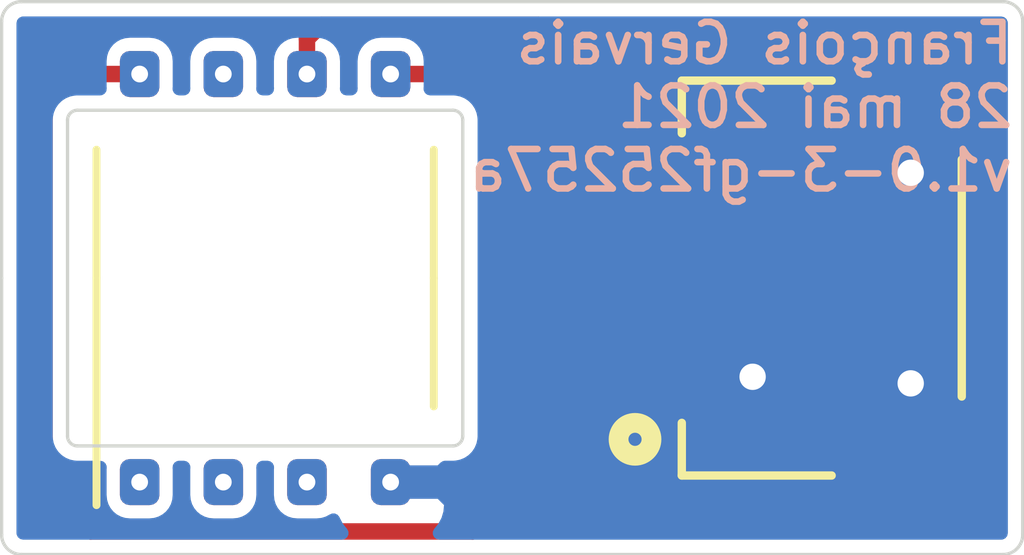
<source format=kicad_pcb>
(kicad_pcb (version 20171130) (host pcbnew 5.1.7-a382d34a8~88~ubuntu18.04.1)

  (general
    (thickness 0.1016)
    (drawings 18)
    (tracks 27)
    (zones 0)
    (modules 2)
    (nets 9)
  )

  (page A4)
  (layers
    (0 F.Cu signal)
    (31 B.Cu signal)
    (32 B.Adhes user hide)
    (33 F.Adhes user hide)
    (34 B.Paste user hide)
    (35 F.Paste user hide)
    (36 B.SilkS user)
    (37 F.SilkS user)
    (38 B.Mask user hide)
    (39 F.Mask user hide)
    (40 Dwgs.User user hide)
    (41 Cmts.User user hide)
    (42 Eco1.User user hide)
    (43 Eco2.User user hide)
    (44 Edge.Cuts user)
    (45 Margin user hide)
    (46 B.CrtYd user hide)
    (47 F.CrtYd user hide)
    (48 B.Fab user hide)
    (49 F.Fab user hide)
  )

  (setup
    (last_trace_width 0.25)
    (trace_clearance 0.2)
    (zone_clearance 0.2)
    (zone_45_only no)
    (trace_min 0.2)
    (via_size 0.8)
    (via_drill 0.4)
    (via_min_size 0.4)
    (via_min_drill 0.3)
    (uvia_size 0.3)
    (uvia_drill 0.1)
    (uvias_allowed no)
    (uvia_min_size 0.2)
    (uvia_min_drill 0.1)
    (edge_width 0.05)
    (segment_width 0.2)
    (pcb_text_width 0.3)
    (pcb_text_size 1.5 1.5)
    (mod_edge_width 0.12)
    (mod_text_size 1 1)
    (mod_text_width 0.15)
    (pad_size 1.524 1.524)
    (pad_drill 0.762)
    (pad_to_mask_clearance 0)
    (aux_axis_origin 0 0)
    (visible_elements FFFFFF7F)
    (pcbplotparams
      (layerselection 0x010fc_ffffffff)
      (usegerberextensions false)
      (usegerberattributes true)
      (usegerberadvancedattributes true)
      (creategerberjobfile true)
      (excludeedgelayer true)
      (linewidth 0.100000)
      (plotframeref false)
      (viasonmask false)
      (mode 1)
      (useauxorigin false)
      (hpglpennumber 1)
      (hpglpenspeed 20)
      (hpglpendiameter 15.000000)
      (psnegative false)
      (psa4output false)
      (plotreference true)
      (plotvalue true)
      (plotinvisibletext false)
      (padsonsilk false)
      (subtractmaskfromsilk false)
      (outputformat 1)
      (mirror false)
      (drillshape 1)
      (scaleselection 1)
      (outputdirectory ""))
  )

  (net 0 "")
  (net 1 GND)
  (net 2 VCC)
  (net 3 /SDA)
  (net 4 /SCL)
  (net 5 "Net-(U1-Pad7)")
  (net 6 "Net-(U1-Pad3)")
  (net 7 "Net-(U1-Pad2)")
  (net 8 "Net-(U1-Pad1)")

  (net_class Default "This is the default net class."
    (clearance 0.2)
    (trace_width 0.25)
    (via_dia 0.8)
    (via_drill 0.4)
    (uvia_dia 0.3)
    (uvia_drill 0.1)
    (add_net /SCL)
    (add_net /SDA)
    (add_net GND)
    (add_net "Net-(U1-Pad1)")
    (add_net "Net-(U1-Pad2)")
    (add_net "Net-(U1-Pad3)")
    (add_net "Net-(U1-Pad7)")
    (add_net VCC)
  )

  (module SOIC8-EEPROM-MOD:SOIC-8_3.9x4.9mm_P1.27mm (layer F.Cu) (tedit 6096C496) (tstamp 609729A4)
    (at 25 23 90)
    (descr "SOIC, 8 Pin (JEDEC MS-012AA, https://www.analog.com/media/en/package-pcb-resources/package/pkg_pdf/soic_narrow-r/r_8.pdf), generated with kicad-footprint-generator ipc_gullwing_generator.py")
    (tags "SOIC SO")
    (path /6096C360)
    (attr smd)
    (fp_text reference U1 (at 0 -3.4 90) (layer F.SilkS) hide
      (effects (font (size 1 1) (thickness 0.15)))
    )
    (fp_text value 24LC00 (at 0 3.4 90) (layer F.Fab)
      (effects (font (size 1 1) (thickness 0.15)))
    )
    (fp_line (start 3.7 -2.7) (end -3.7 -2.7) (layer F.CrtYd) (width 0.05))
    (fp_line (start 3.7 2.7) (end 3.7 -2.7) (layer F.CrtYd) (width 0.05))
    (fp_line (start -3.7 2.7) (end 3.7 2.7) (layer F.CrtYd) (width 0.05))
    (fp_line (start -3.7 -2.7) (end -3.7 2.7) (layer F.CrtYd) (width 0.05))
    (fp_line (start -1.95 -1.475) (end -0.975 -2.45) (layer F.Fab) (width 0.1))
    (fp_line (start -1.95 2.45) (end -1.95 -1.475) (layer F.Fab) (width 0.1))
    (fp_line (start 1.95 2.45) (end -1.95 2.45) (layer F.Fab) (width 0.1))
    (fp_line (start 1.95 -2.45) (end 1.95 2.45) (layer F.Fab) (width 0.1))
    (fp_line (start -0.975 -2.45) (end 1.95 -2.45) (layer F.Fab) (width 0.1))
    (fp_line (start 0 -2.56) (end -3.45 -2.56) (layer F.SilkS) (width 0.12))
    (fp_line (start 0 -2.56) (end 1.95 -2.56) (layer F.SilkS) (width 0.12))
    (fp_line (start 0 2.56) (end -1.95 2.56) (layer F.SilkS) (width 0.12))
    (fp_line (start 0 2.56) (end 1.95 2.56) (layer F.SilkS) (width 0.12))
    (fp_text user %R (at 0 0 90) (layer F.Fab)
      (effects (font (size 0.98 0.98) (thickness 0.15)))
    )
    (pad 1 thru_hole roundrect (at -3.1 -1.905 90) (size 0.7 0.6) (drill 0.254) (layers *.Cu *.Mask) (roundrect_rratio 0.25)
      (net 8 "Net-(U1-Pad1)"))
    (pad 2 thru_hole roundrect (at -3.1 -0.635 90) (size 0.7 0.6) (drill 0.254) (layers *.Cu *.Mask) (roundrect_rratio 0.25)
      (net 7 "Net-(U1-Pad2)"))
    (pad 3 thru_hole roundrect (at -3.1 0.635 90) (size 0.7 0.6) (drill 0.254) (layers *.Cu *.Mask) (roundrect_rratio 0.25)
      (net 6 "Net-(U1-Pad3)"))
    (pad 4 thru_hole roundrect (at -3.1 1.905 90) (size 0.7 0.6) (drill 0.254) (layers *.Cu *.Mask) (roundrect_rratio 0.25)
      (net 1 GND))
    (pad 5 thru_hole roundrect (at 3.1 1.905 90) (size 0.7 0.6) (drill 0.254) (layers *.Cu *.Mask) (roundrect_rratio 0.25)
      (net 3 /SDA))
    (pad 6 thru_hole roundrect (at 3.1 0.635 90) (size 0.7 0.6) (drill 0.254) (layers *.Cu *.Mask) (roundrect_rratio 0.25)
      (net 4 /SCL))
    (pad 7 thru_hole roundrect (at 3.1 -0.635 90) (size 0.7 0.6) (drill 0.254) (layers *.Cu *.Mask) (roundrect_rratio 0.25)
      (net 5 "Net-(U1-Pad7)"))
    (pad 8 thru_hole roundrect (at 3.1 -1.905 90) (size 0.7 0.6) (drill 0.254) (layers *.Cu *.Mask) (roundrect_rratio 0.25)
      (net 2 VCC))
    (model ${KISYS3DMOD}/Package_SO.3dshapes/SOIC-8_3.9x4.9mm_P1.27mm.wrl
      (offset (xyz 0 0 -0.5))
      (scale (xyz 1 1 1))
      (rotate (xyz 0 0 0))
    )
  )

  (module "SM04B-SRSS-TB(LF)(SN):JST_SM04B-SRSS-TB(LF)(SN)" (layer F.Cu) (tedit 6096B8DD) (tstamp 6097298A)
    (at 31 23 90)
    (path /6096D0A7)
    (fp_text reference J1 (at -0.545095 -1.767685 90) (layer F.SilkS) hide
      (effects (font (size 1.001173 1.001173) (thickness 0.015)))
    )
    (fp_text value "SM04B-SRSS-TB(LF)(SN)" (at 12.17039 5.74055 90) (layer F.Fab)
      (effects (font (size 1.000567 1.000567) (thickness 0.015)))
    )
    (fp_line (start -3.65 5.025) (end -3.65 -1.025) (layer F.CrtYd) (width 0.05))
    (fp_line (start 3.65 5.025) (end -3.65 5.025) (layer F.CrtYd) (width 0.05))
    (fp_line (start 3.65 -1.025) (end 3.65 5.025) (layer F.CrtYd) (width 0.05))
    (fp_line (start -3.65 -1.025) (end 3.65 -1.025) (layer F.CrtYd) (width 0.05))
    (fp_circle (center -2.45 -0.385) (end -2.35 -0.385) (layer F.Fab) (width 0.3))
    (fp_line (start -1.8 4.575) (end 1.8 4.575) (layer F.SilkS) (width 0.127))
    (fp_line (start 3 0.325) (end 3 2.6) (layer F.SilkS) (width 0.127))
    (fp_line (start 2.2 0.325) (end 3 0.325) (layer F.SilkS) (width 0.127))
    (fp_line (start -3 0.325) (end -3 2.6) (layer F.SilkS) (width 0.127))
    (fp_line (start -2.2 0.325) (end -3 0.325) (layer F.SilkS) (width 0.127))
    (fp_line (start -3 4.575) (end -3 0.325) (layer F.Fab) (width 0.127))
    (fp_line (start 3 4.575) (end -3 4.575) (layer F.Fab) (width 0.127))
    (fp_line (start 3 0.325) (end 3 4.575) (layer F.Fab) (width 0.127))
    (fp_line (start -3 0.325) (end 3 0.325) (layer F.Fab) (width 0.127))
    (fp_circle (center -2.45 -0.385) (end -2.35 -0.385) (layer F.SilkS) (width 0.3))
    (pad S2 smd rect (at 2.8 3.875 90) (size 1.2 1.8) (layers F.Cu F.Paste F.Mask)
      (net 1 GND))
    (pad S1 smd rect (at -2.8 3.875 90) (size 1.2 1.8) (layers F.Cu F.Paste F.Mask)
      (net 1 GND))
    (pad 1 smd rect (at -1.5 0 90) (size 0.6 1.55) (layers F.Cu F.Paste F.Mask)
      (net 1 GND))
    (pad 2 smd rect (at -0.5 0 90) (size 0.6 1.55) (layers F.Cu F.Paste F.Mask)
      (net 2 VCC))
    (pad 3 smd rect (at 0.5 0 90) (size 0.6 1.55) (layers F.Cu F.Paste F.Mask)
      (net 3 /SDA))
    (pad 4 smd rect (at 1.5 0 90) (size 0.6 1.55) (layers F.Cu F.Paste F.Mask)
      (net 4 /SCL))
    (model "${KIPRJMOD}/kicad-library/SM04B-SRSS-TB(LF)(SN)/SM04B-SRSS-TB_LF__SN_.step"
      (offset (xyz 0 -0.5 -0.3))
      (scale (xyz 1 1 1))
      (rotate (xyz -90 0 0))
    )
  )

  (gr_text "François Gervais\n28 mai 2021\nv1.0-3-gf25257a" (at 36.4 20.4) (layer B.SilkS)
    (effects (font (size 0.6 0.6) (thickness 0.1)) (justify left mirror))
  )
  (gr_arc (start 27.85 20.6) (end 28 20.6) (angle -90) (layer Edge.Cuts) (width 0.05))
  (gr_arc (start 27.85 25.4) (end 27.85 25.55) (angle -90) (layer Edge.Cuts) (width 0.05))
  (gr_arc (start 22.15 25.4) (end 22 25.4) (angle -90) (layer Edge.Cuts) (width 0.05))
  (gr_arc (start 22.15 20.6) (end 22.15 20.45) (angle -90) (layer Edge.Cuts) (width 0.05))
  (gr_arc (start 36.2 19.1) (end 36.5 19.1) (angle -90) (layer Edge.Cuts) (width 0.05))
  (gr_arc (start 36.2 26.9) (end 36.2 27.2) (angle -90) (layer Edge.Cuts) (width 0.05))
  (gr_arc (start 21.3 26.9) (end 21 26.9) (angle -90) (layer Edge.Cuts) (width 0.05))
  (gr_arc (start 21.3 19.1) (end 21.3 18.8) (angle -90) (layer Edge.Cuts) (width 0.05))
  (gr_line (start 27.85 20.45) (end 22.15 20.45) (layer Edge.Cuts) (width 0.05) (tstamp 609730DF))
  (gr_line (start 28 25.4) (end 28 20.6) (layer Edge.Cuts) (width 0.05))
  (gr_line (start 22.15 25.55) (end 27.85 25.55) (layer Edge.Cuts) (width 0.05))
  (gr_line (start 22 20.6) (end 22 25.4) (layer Edge.Cuts) (width 0.05))
  (gr_line (start 21 26.9) (end 21 23) (layer Edge.Cuts) (width 0.05) (tstamp 609730BB))
  (gr_line (start 36.2 27.2) (end 21.3 27.2) (layer Edge.Cuts) (width 0.05))
  (gr_line (start 36.5 19.1) (end 36.5 26.9) (layer Edge.Cuts) (width 0.05))
  (gr_line (start 21.3 18.8) (end 36.2 18.8) (layer Edge.Cuts) (width 0.05))
  (gr_line (start 21 23) (end 21 19.1) (layer Edge.Cuts) (width 0.05))

  (via (at 34.8 21.4) (size 0.8) (drill 0.4) (layers F.Cu B.Cu) (net 1))
  (segment (start 34.875 20.2) (end 34.875 21.325) (width 0.25) (layer F.Cu) (net 1))
  (segment (start 34.875 21.325) (end 34.8 21.4) (width 0.25) (layer F.Cu) (net 1))
  (via (at 34.8 24.6) (size 0.8) (drill 0.4) (layers F.Cu B.Cu) (net 1))
  (segment (start 34.875 25.8) (end 34.875 24.675) (width 0.25) (layer F.Cu) (net 1))
  (segment (start 34.875 24.675) (end 34.8 24.6) (width 0.25) (layer F.Cu) (net 1))
  (via (at 32.4 24.5) (size 0.8) (drill 0.4) (layers F.Cu B.Cu) (net 1))
  (segment (start 31 24.5) (end 32.4 24.5) (width 0.25) (layer F.Cu) (net 1))
  (segment (start 28.15001 26.84999) (end 29 26) (width 0.25) (layer F.Cu) (net 2))
  (segment (start 22.34999 26.84999) (end 28.15001 26.84999) (width 0.25) (layer F.Cu) (net 2))
  (segment (start 29 26) (end 29 24.475) (width 0.25) (layer F.Cu) (net 2))
  (segment (start 29.975 23.5) (end 31 23.5) (width 0.25) (layer F.Cu) (net 2))
  (segment (start 29 24.475) (end 29.975 23.5) (width 0.25) (layer F.Cu) (net 2))
  (segment (start 21.64999 26.14999) (end 22.34999 26.84999) (width 0.25) (layer F.Cu) (net 2))
  (segment (start 21.64999 20.266411) (end 21.64999 26.14999) (width 0.25) (layer F.Cu) (net 2))
  (segment (start 22.016401 19.9) (end 21.64999 20.266411) (width 0.25) (layer F.Cu) (net 2))
  (segment (start 23.095 19.9) (end 22.016401 19.9) (width 0.25) (layer F.Cu) (net 2))
  (segment (start 28.100748 19.9) (end 29 20.799252) (width 0.25) (layer F.Cu) (net 3))
  (segment (start 26.905 19.9) (end 28.100748 19.9) (width 0.25) (layer F.Cu) (net 3))
  (segment (start 29.975 22.5) (end 31 22.5) (width 0.25) (layer F.Cu) (net 3))
  (segment (start 29 21.525) (end 29.975 22.5) (width 0.25) (layer F.Cu) (net 3))
  (segment (start 29 20.799252) (end 29 21.525) (width 0.25) (layer F.Cu) (net 3))
  (segment (start 25.635 19.9) (end 25.635 19.365) (width 0.25) (layer F.Cu) (net 4))
  (segment (start 25.635 19.365) (end 25.84999 19.15001) (width 0.25) (layer F.Cu) (net 4))
  (segment (start 25.84999 19.15001) (end 29.15001 19.15001) (width 0.25) (layer F.Cu) (net 4))
  (segment (start 31 21) (end 31 21.5) (width 0.25) (layer F.Cu) (net 4))
  (segment (start 29.15001 19.15001) (end 31 21) (width 0.25) (layer F.Cu) (net 4))

  (zone (net 1) (net_name GND) (layer B.Cu) (tstamp 60AD3F3F) (hatch edge 0.508)
    (connect_pads (clearance 0.2))
    (min_thickness 0.2)
    (fill yes (arc_segments 32) (thermal_gap 0.508) (thermal_bridge_width 0.508))
    (polygon
      (pts
        (xy 36.5 27.2) (xy 21 27.2) (xy 21 18.8) (xy 36.5 18.8)
      )
    )
    (filled_polygon
      (pts
        (xy 36.175001 26.875) (xy 27.643055 26.875) (xy 27.714531 26.787087) (xy 27.770503 26.681206) (xy 27.804743 26.566439)
        (xy 27.815936 26.447198) (xy 27.813 26.406) (xy 27.661 26.254) (xy 27.059 26.254) (xy 27.059 26.274)
        (xy 26.751 26.274) (xy 26.751 26.254) (xy 26.731 26.254) (xy 26.731 25.946) (xy 26.751 25.946)
        (xy 26.751 25.875) (xy 27.059 25.875) (xy 27.059 25.946) (xy 27.661 25.946) (xy 27.732 25.875)
        (xy 27.865961 25.875) (xy 27.879647 25.873652) (xy 27.880501 25.873658) (xy 27.885018 25.873216) (xy 27.899078 25.871738)
        (xy 27.913711 25.870297) (xy 27.914268 25.870128) (xy 27.942957 25.864239) (xy 27.971927 25.858712) (xy 27.976271 25.8574)
        (xy 28.004236 25.848743) (xy 28.031373 25.837335) (xy 28.058689 25.8263) (xy 28.062696 25.82417) (xy 28.088448 25.810247)
        (xy 28.112887 25.793763) (xy 28.137526 25.77764) (xy 28.141043 25.774772) (xy 28.1636 25.756111) (xy 28.184367 25.735197)
        (xy 28.205401 25.714599) (xy 28.208294 25.711103) (xy 28.226796 25.688417) (xy 28.243089 25.663893) (xy 28.259735 25.639582)
        (xy 28.261894 25.635591) (xy 28.275638 25.609742) (xy 28.286851 25.582537) (xy 28.29847 25.555426) (xy 28.299813 25.551091)
        (xy 28.308273 25.523065) (xy 28.313988 25.494197) (xy 28.320117 25.465366) (xy 28.320288 25.46374) (xy 28.320297 25.463711)
        (xy 28.320382 25.462852) (xy 28.320592 25.460853) (xy 28.323449 25.431717) (xy 28.323449 25.431708) (xy 28.325 25.415961)
        (xy 28.325 20.584039) (xy 28.323652 20.570353) (xy 28.323658 20.569499) (xy 28.323216 20.564982) (xy 28.321737 20.550914)
        (xy 28.320297 20.536289) (xy 28.320129 20.535735) (xy 28.314236 20.507028) (xy 28.308712 20.478073) (xy 28.3074 20.473729)
        (xy 28.298743 20.445764) (xy 28.287347 20.418656) (xy 28.2763 20.391311) (xy 28.27417 20.387304) (xy 28.260247 20.361552)
        (xy 28.243767 20.337119) (xy 28.227639 20.312473) (xy 28.224771 20.308956) (xy 28.206111 20.2864) (xy 28.1852 20.265635)
        (xy 28.164599 20.244598) (xy 28.161103 20.241706) (xy 28.138417 20.223204) (xy 28.11387 20.206895) (xy 28.089582 20.190265)
        (xy 28.085591 20.188106) (xy 28.059743 20.174362) (xy 28.032512 20.163138) (xy 28.005426 20.15153) (xy 28.00109 20.150187)
        (xy 27.973065 20.141726) (xy 27.944161 20.136004) (xy 27.915366 20.129883) (xy 27.91374 20.129712) (xy 27.913711 20.129703)
        (xy 27.912852 20.129618) (xy 27.910853 20.129408) (xy 27.881718 20.126551) (xy 27.881708 20.126551) (xy 27.865961 20.125)
        (xy 27.503989 20.125) (xy 27.506451 20.1) (xy 27.506451 19.7) (xy 27.497776 19.611926) (xy 27.472086 19.527237)
        (xy 27.430368 19.449187) (xy 27.374224 19.380776) (xy 27.305813 19.324632) (xy 27.227763 19.282914) (xy 27.143074 19.257224)
        (xy 27.055 19.248549) (xy 26.755 19.248549) (xy 26.666926 19.257224) (xy 26.582237 19.282914) (xy 26.504187 19.324632)
        (xy 26.435776 19.380776) (xy 26.379632 19.449187) (xy 26.337914 19.527237) (xy 26.312224 19.611926) (xy 26.303549 19.7)
        (xy 26.303549 20.1) (xy 26.306011 20.125) (xy 26.233989 20.125) (xy 26.236451 20.1) (xy 26.236451 19.7)
        (xy 26.227776 19.611926) (xy 26.202086 19.527237) (xy 26.160368 19.449187) (xy 26.104224 19.380776) (xy 26.035813 19.324632)
        (xy 25.957763 19.282914) (xy 25.873074 19.257224) (xy 25.785 19.248549) (xy 25.485 19.248549) (xy 25.396926 19.257224)
        (xy 25.312237 19.282914) (xy 25.234187 19.324632) (xy 25.165776 19.380776) (xy 25.109632 19.449187) (xy 25.067914 19.527237)
        (xy 25.042224 19.611926) (xy 25.033549 19.7) (xy 25.033549 20.1) (xy 25.036011 20.125) (xy 24.963989 20.125)
        (xy 24.966451 20.1) (xy 24.966451 19.7) (xy 24.957776 19.611926) (xy 24.932086 19.527237) (xy 24.890368 19.449187)
        (xy 24.834224 19.380776) (xy 24.765813 19.324632) (xy 24.687763 19.282914) (xy 24.603074 19.257224) (xy 24.515 19.248549)
        (xy 24.215 19.248549) (xy 24.126926 19.257224) (xy 24.042237 19.282914) (xy 23.964187 19.324632) (xy 23.895776 19.380776)
        (xy 23.839632 19.449187) (xy 23.797914 19.527237) (xy 23.772224 19.611926) (xy 23.763549 19.7) (xy 23.763549 20.1)
        (xy 23.766011 20.125) (xy 23.693989 20.125) (xy 23.696451 20.1) (xy 23.696451 19.7) (xy 23.687776 19.611926)
        (xy 23.662086 19.527237) (xy 23.620368 19.449187) (xy 23.564224 19.380776) (xy 23.495813 19.324632) (xy 23.417763 19.282914)
        (xy 23.333074 19.257224) (xy 23.245 19.248549) (xy 22.945 19.248549) (xy 22.856926 19.257224) (xy 22.772237 19.282914)
        (xy 22.694187 19.324632) (xy 22.625776 19.380776) (xy 22.569632 19.449187) (xy 22.527914 19.527237) (xy 22.502224 19.611926)
        (xy 22.493549 19.7) (xy 22.493549 20.1) (xy 22.496011 20.125) (xy 22.134039 20.125) (xy 22.120353 20.126348)
        (xy 22.119499 20.126342) (xy 22.114982 20.126784) (xy 22.100914 20.128263) (xy 22.086289 20.129703) (xy 22.085735 20.129871)
        (xy 22.057028 20.135764) (xy 22.028073 20.141288) (xy 22.023729 20.1426) (xy 21.995764 20.151257) (xy 21.968656 20.162653)
        (xy 21.941311 20.1737) (xy 21.937304 20.17583) (xy 21.911552 20.189753) (xy 21.887119 20.206233) (xy 21.862473 20.222361)
        (xy 21.858956 20.225229) (xy 21.8364 20.243889) (xy 21.815635 20.2648) (xy 21.794598 20.285401) (xy 21.791706 20.288897)
        (xy 21.773204 20.311583) (xy 21.756895 20.33613) (xy 21.740265 20.360418) (xy 21.738106 20.364409) (xy 21.724362 20.390257)
        (xy 21.713138 20.417488) (xy 21.70153 20.444574) (xy 21.700187 20.44891) (xy 21.691726 20.476935) (xy 21.686004 20.505839)
        (xy 21.679883 20.534634) (xy 21.679712 20.536261) (xy 21.679703 20.53629) (xy 21.67962 20.537134) (xy 21.679408 20.539147)
        (xy 21.676551 20.568282) (xy 21.676551 20.568293) (xy 21.675 20.58404) (xy 21.675001 25.415961) (xy 21.676348 25.429638)
        (xy 21.676342 25.430501) (xy 21.676784 25.435018) (xy 21.678278 25.449229) (xy 21.679704 25.463711) (xy 21.67987 25.464257)
        (xy 21.685761 25.492957) (xy 21.691288 25.521927) (xy 21.6926 25.526271) (xy 21.701257 25.554236) (xy 21.712665 25.581373)
        (xy 21.7237 25.608689) (xy 21.72583 25.612696) (xy 21.739753 25.638448) (xy 21.756237 25.662887) (xy 21.77236 25.687526)
        (xy 21.775228 25.691043) (xy 21.793889 25.7136) (xy 21.814803 25.734367) (xy 21.835401 25.755401) (xy 21.838897 25.758294)
        (xy 21.861583 25.776796) (xy 21.886107 25.793089) (xy 21.910418 25.809735) (xy 21.914409 25.811894) (xy 21.940258 25.825638)
        (xy 21.967463 25.836851) (xy 21.994574 25.84847) (xy 21.998909 25.849813) (xy 22.026935 25.858273) (xy 22.055803 25.863988)
        (xy 22.084634 25.870117) (xy 22.08626 25.870288) (xy 22.086289 25.870297) (xy 22.087148 25.870382) (xy 22.089147 25.870592)
        (xy 22.118283 25.873449) (xy 22.118292 25.873449) (xy 22.134039 25.875) (xy 22.496011 25.875) (xy 22.493549 25.9)
        (xy 22.493549 26.3) (xy 22.502224 26.388074) (xy 22.527914 26.472763) (xy 22.569632 26.550813) (xy 22.625776 26.619224)
        (xy 22.694187 26.675368) (xy 22.772237 26.717086) (xy 22.856926 26.742776) (xy 22.945 26.751451) (xy 23.245 26.751451)
        (xy 23.333074 26.742776) (xy 23.417763 26.717086) (xy 23.495813 26.675368) (xy 23.564224 26.619224) (xy 23.620368 26.550813)
        (xy 23.662086 26.472763) (xy 23.687776 26.388074) (xy 23.696451 26.3) (xy 23.696451 25.9) (xy 23.693989 25.875)
        (xy 23.766011 25.875) (xy 23.763549 25.9) (xy 23.763549 26.3) (xy 23.772224 26.388074) (xy 23.797914 26.472763)
        (xy 23.839632 26.550813) (xy 23.895776 26.619224) (xy 23.964187 26.675368) (xy 24.042237 26.717086) (xy 24.126926 26.742776)
        (xy 24.215 26.751451) (xy 24.515 26.751451) (xy 24.603074 26.742776) (xy 24.687763 26.717086) (xy 24.765813 26.675368)
        (xy 24.834224 26.619224) (xy 24.890368 26.550813) (xy 24.932086 26.472763) (xy 24.957776 26.388074) (xy 24.966451 26.3)
        (xy 24.966451 25.9) (xy 24.963989 25.875) (xy 25.036011 25.875) (xy 25.033549 25.9) (xy 25.033549 26.3)
        (xy 25.042224 26.388074) (xy 25.067914 26.472763) (xy 25.109632 26.550813) (xy 25.165776 26.619224) (xy 25.234187 26.675368)
        (xy 25.312237 26.717086) (xy 25.396926 26.742776) (xy 25.485 26.751451) (xy 25.785 26.751451) (xy 25.873074 26.742776)
        (xy 25.957763 26.717086) (xy 26.035813 26.675368) (xy 26.037373 26.674088) (xy 26.039497 26.681206) (xy 26.095469 26.787087)
        (xy 26.166945 26.875) (xy 21.325 26.875) (xy 21.325 19.125) (xy 36.175 19.125)
      )
    )
  )
)

</source>
